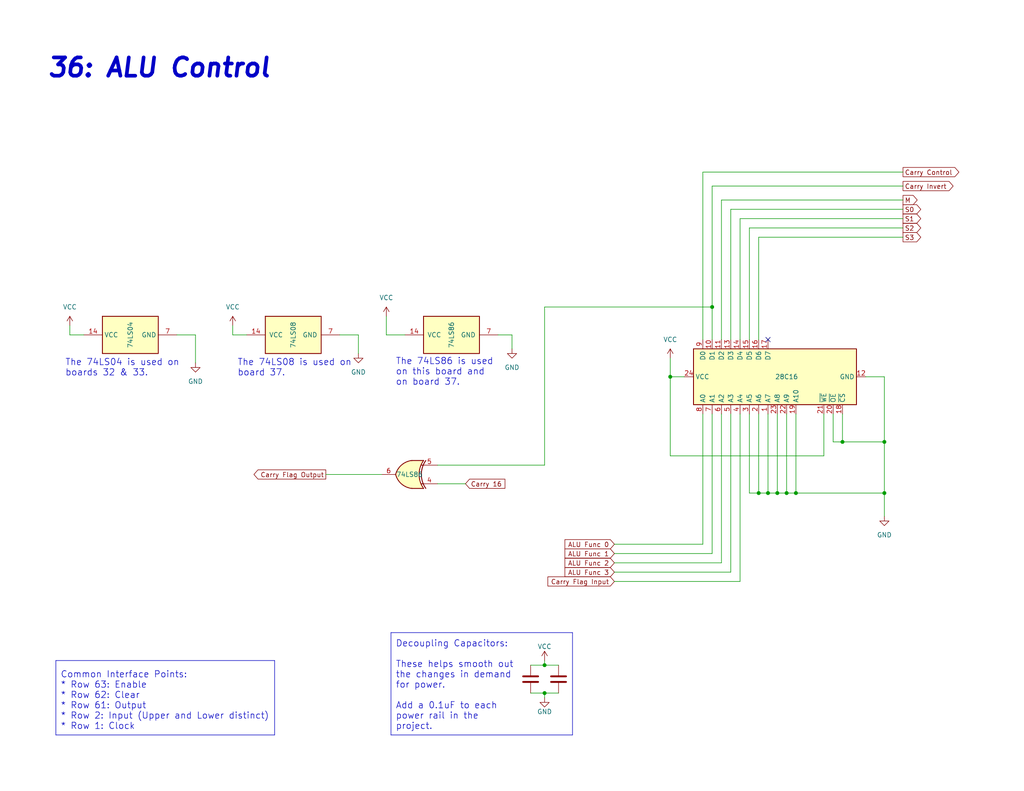
<source format=kicad_sch>
(kicad_sch (version 20211123) (generator eeschema)
  (paper "USLetter")
  (title_block (title "36: ALU Control") (date "2022-02-23") (rev "1.1") (comment 1 "This board is located in Row 3 and Column 6") (comment 2 "The 74LS86 on this board is used on this board and on board 37.") (comment 3 "The 74LS04 on this board is used on boards 32 & 33.") (comment 4 "The 74LS08 on this board is used on board 37."))
  (lib_symbols
    (symbol "74xx:74LS04"
      (property "Reference" "U" (at 0 1.27 0))
      (property "Value" "74LS04" (at 0 -1.27 0))
      (symbol "74LS04_1_0"
        (polyline (pts (xy -3.81 3.81) (xy -3.81 -3.81) (xy 3.81 0) (xy -3.81 3.81)) (stroke (width 0.254)) (fill (type background)))
        (pin input line (at -7.62 0 0) (length 3.81) (name "~") (number "1"))
        (pin output inverted (at 7.62 0 180) (length 3.81) (name "~") (number "2"))
      )
      (symbol "74LS04_2_0"
        (polyline (pts (xy -3.81 3.81) (xy -3.81 -3.81) (xy 3.81 0) (xy -3.81 3.81)) (stroke (width 0.254)) (fill (type background)))
        (pin input line (at -7.62 0 0) (length 3.81) (name "~") (number "3"))
        (pin output inverted (at 7.62 0 180) (length 3.81) (name "~") (number "4"))
      )
      (symbol "74LS04_3_0"
        (polyline (pts (xy -3.81 3.81) (xy -3.81 -3.81) (xy 3.81 0) (xy -3.81 3.81)) (stroke (width 0.254)) (fill (type background)))
        (pin input line (at -7.62 0 0) (length 3.81) (name "~") (number "5"))
        (pin output inverted (at 7.62 0 180) (length 3.81) (name "~") (number "6"))
      )
      (symbol "74LS04_4_0"
        (polyline (pts (xy -3.81 3.81) (xy -3.81 -3.81) (xy 3.81 0) (xy -3.81 3.81)) (stroke (width 0.254)) (fill (type background)))
        (pin output inverted (at 7.62 0 180) (length 3.81) (name "~") (number "8"))
        (pin input line (at -7.62 0 0) (length 3.81) (name "~") (number "9"))
      )
      (symbol "74LS04_5_0"
        (polyline (pts (xy -3.81 3.81) (xy -3.81 -3.81) (xy 3.81 0) (xy -3.81 3.81)) (stroke (width 0.254)) (fill (type background)))
        (pin output inverted (at 7.62 0 180) (length 3.81) (name "~") (number "10"))
        (pin input line (at -7.62 0 0) (length 3.81) (name "~") (number "11"))
      )
      (symbol "74LS04_6_0"
        (polyline (pts (xy -3.81 3.81) (xy -3.81 -3.81) (xy 3.81 0) (xy -3.81 3.81)) (stroke (width 0.254)) (fill (type background)))
        (pin output inverted (at 7.62 0 180) (length 3.81) (name "~") (number "12"))
        (pin input line (at -7.62 0 0) (length 3.81) (name "~") (number "13"))
      )
      (symbol "74LS04_7_0"
        (pin power_in line (at 0 12.7 270) (length 5.08) (name "VCC") (number "14"))
        (pin power_in line (at 0 -12.7 90) (length 5.08) (name "GND") (number "7"))
      )
      (symbol "74LS04_7_1"
        (rectangle (start -5.08 7.62) (end 5.08 -7.62) (stroke (width 0.254)) (fill (type background)))
      )
    )
    (symbol "74xx:74LS08" (pin_names (offset 1.016))
      (property "Reference" "U" (at 0 1.27 0))
      (property "Value" "74LS08" (at 0 -1.27 0))
      (symbol "74LS08_1_1"
        (arc (start 0 -3.81) (mid 3.81 0) (end 0 3.81) (stroke (width 0.254)) (fill (type background)))
        (polyline (pts (xy 0 3.81) (xy -3.81 3.81) (xy -3.81 -3.81) (xy 0 -3.81)) (stroke (width 0.254)) (fill (type background)))
        (pin input line (at -7.62 2.54 0) (length 3.81) (name "~") (number "1"))
        (pin input line (at -7.62 -2.54 0) (length 3.81) (name "~") (number "2"))
        (pin output line (at 7.62 0 180) (length 3.81) (name "~") (number "3"))
      )
      (symbol "74LS08_1_2"
        (arc (start -3.81 -3.81) (mid -2.589 0) (end -3.81 3.81) (stroke (width 0.254)))
        (arc (start -0.6096 -3.81) (mid 2.1855 -2.584) (end 3.81 0) (stroke (width 0.254)) (fill (type background)))
        (polyline (pts (xy -3.81 -3.81) (xy -0.635 -3.81)) (stroke (width 0.254)) (fill (type background)))
        (polyline (pts (xy -3.81 3.81) (xy -0.635 3.81)) (stroke (width 0.254)) (fill (type background)))
        (polyline (pts (xy -0.635 3.81) (xy -3.81 3.81) (xy -3.81 3.81) (xy -3.556 3.4036) (xy -3.0226 2.2606) (xy -2.6924 1.0414) (xy -2.6162 -0.254) (xy -2.7686 -1.4986) (xy -3.175 -2.7178) (xy -3.81 -3.81) (xy -3.81 -3.81) (xy -0.635 -3.81)) (stroke (width -25.4)) (fill (type background)))
        (arc (start 3.81 0) (mid 2.1928 2.5925) (end -0.6096 3.81) (stroke (width 0.254)) (fill (type background)))
        (pin input inverted (at -7.62 2.54 0) (length 4.318) (name "~") (number "1"))
        (pin input inverted (at -7.62 -2.54 0) (length 4.318) (name "~") (number "2"))
        (pin output inverted (at 7.62 0 180) (length 3.81) (name "~") (number "3"))
      )
      (symbol "74LS08_2_1"
        (arc (start 0 -3.81) (mid 3.81 0) (end 0 3.81) (stroke (width 0.254)) (fill (type background)))
        (polyline (pts (xy 0 3.81) (xy -3.81 3.81) (xy -3.81 -3.81) (xy 0 -3.81)) (stroke (width 0.254)) (fill (type background)))
        (pin input line (at -7.62 2.54 0) (length 3.81) (name "~") (number "4"))
        (pin input line (at -7.62 -2.54 0) (length 3.81) (name "~") (number "5"))
        (pin output line (at 7.62 0 180) (length 3.81) (name "~") (number "6"))
      )
      (symbol "74LS08_2_2"
        (arc (start -3.81 -3.81) (mid -2.589 0) (end -3.81 3.81) (stroke (width 0.254)))
        (arc (start -0.6096 -3.81) (mid 2.1855 -2.584) (end 3.81 0) (stroke (width 0.254)) (fill (type background)))
        (polyline (pts (xy -3.81 -3.81) (xy -0.635 -3.81)) (stroke (width 0.254)) (fill (type background)))
        (polyline (pts (xy -3.81 3.81) (xy -0.635 3.81)) (stroke (width 0.254)) (fill (type background)))
        (polyline (pts (xy -0.635 3.81) (xy -3.81 3.81) (xy -3.81 3.81) (xy -3.556 3.4036) (xy -3.0226 2.2606) (xy -2.6924 1.0414) (xy -2.6162 -0.254) (xy -2.7686 -1.4986) (xy -3.175 -2.7178) (xy -3.81 -3.81) (xy -3.81 -3.81) (xy -0.635 -3.81)) (stroke (width -25.4)) (fill (type background)))
        (arc (start 3.81 0) (mid 2.1928 2.5925) (end -0.6096 3.81) (stroke (width 0.254)) (fill (type background)))
        (pin input inverted (at -7.62 2.54 0) (length 4.318) (name "~") (number "4"))
        (pin input inverted (at -7.62 -2.54 0) (length 4.318) (name "~") (number "5"))
        (pin output inverted (at 7.62 0 180) (length 3.81) (name "~") (number "6"))
      )
      (symbol "74LS08_3_1"
        (arc (start 0 -3.81) (mid 3.81 0) (end 0 3.81) (stroke (width 0.254)) (fill (type background)))
        (polyline (pts (xy 0 3.81) (xy -3.81 3.81) (xy -3.81 -3.81) (xy 0 -3.81)) (stroke (width 0.254)) (fill (type background)))
        (pin input line (at -7.62 -2.54 0) (length 3.81) (name "~") (number "10"))
        (pin output line (at 7.62 0 180) (length 3.81) (name "~") (number "8"))
        (pin input line (at -7.62 2.54 0) (length 3.81) (name "~") (number "9"))
      )
      (symbol "74LS08_3_2"
        (arc (start -3.81 -3.81) (mid -2.589 0) (end -3.81 3.81) (stroke (width 0.254)))
        (arc (start -0.6096 -3.81) (mid 2.1855 -2.584) (end 3.81 0) (stroke (width 0.254)) (fill (type background)))
        (polyline (pts (xy -3.81 -3.81) (xy -0.635 -3.81)) (stroke (width 0.254)) (fill (type background)))
        (polyline (pts (xy -3.81 3.81) (xy -0.635 3.81)) (stroke (width 0.254)) (fill (type background)))
        (polyline (pts (xy -0.635 3.81) (xy -3.81 3.81) (xy -3.81 3.81) (xy -3.556 3.4036) (xy -3.0226 2.2606) (xy -2.6924 1.0414) (xy -2.6162 -0.254) (xy -2.7686 -1.4986) (xy -3.175 -2.7178) (xy -3.81 -3.81) (xy -3.81 -3.81) (xy -0.635 -3.81)) (stroke (width -25.4)) (fill (type background)))
        (arc (start 3.81 0) (mid 2.1928 2.5925) (end -0.6096 3.81) (stroke (width 0.254)) (fill (type background)))
        (pin input inverted (at -7.62 -2.54 0) (length 4.318) (name "~") (number "10"))
        (pin output inverted (at 7.62 0 180) (length 3.81) (name "~") (number "8"))
        (pin input inverted (at -7.62 2.54 0) (length 4.318) (name "~") (number "9"))
      )
      (symbol "74LS08_4_1"
        (arc (start 0 -3.81) (mid 3.81 0) (end 0 3.81) (stroke (width 0.254)) (fill (type background)))
        (polyline (pts (xy 0 3.81) (xy -3.81 3.81) (xy -3.81 -3.81) (xy 0 -3.81)) (stroke (width 0.254)) (fill (type background)))
        (pin output line (at 7.62 0 180) (length 3.81) (name "~") (number "11"))
        (pin input line (at -7.62 2.54 0) (length 3.81) (name "~") (number "12"))
        (pin input line (at -7.62 -2.54 0) (length 3.81) (name "~") (number "13"))
      )
      (symbol "74LS08_4_2"
        (arc (start -3.81 -3.81) (mid -2.589 0) (end -3.81 3.81) (stroke (width 0.254)))
        (arc (start -0.6096 -3.81) (mid 2.1855 -2.584) (end 3.81 0) (stroke (width 0.254)) (fill (type background)))
        (polyline (pts (xy -3.81 -3.81) (xy -0.635 -3.81)) (stroke (width 0.254)) (fill (type background)))
        (polyline (pts (xy -3.81 3.81) (xy -0.635 3.81)) (stroke (width 0.254)) (fill (type background)))
        (polyline (pts (xy -0.635 3.81) (xy -3.81 3.81) (xy -3.81 3.81) (xy -3.556 3.4036) (xy -3.0226 2.2606) (xy -2.6924 1.0414) (xy -2.6162 -0.254) (xy -2.7686 -1.4986) (xy -3.175 -2.7178) (xy -3.81 -3.81) (xy -3.81 -3.81) (xy -0.635 -3.81)) (stroke (width -25.4)) (fill (type background)))
        (arc (start 3.81 0) (mid 2.1928 2.5925) (end -0.6096 3.81) (stroke (width 0.254)) (fill (type background)))
        (pin output inverted (at 7.62 0 180) (length 3.81) (name "~") (number "11"))
        (pin input inverted (at -7.62 2.54 0) (length 4.318) (name "~") (number "12"))
        (pin input inverted (at -7.62 -2.54 0) (length 4.318) (name "~") (number "13"))
      )
      (symbol "74LS08_5_0"
        (pin power_in line (at 0 12.7 270) (length 5.08) (name "VCC") (number "14"))
        (pin power_in line (at 0 -12.7 90) (length 5.08) (name "GND") (number "7"))
      )
      (symbol "74LS08_5_1"
        (rectangle (start -5.08 7.62) (end 5.08 -7.62) (stroke (width 0.254)) (fill (type background)))
      )
    )
    (symbol "74xx:74LS86" (pin_names (offset 1.016))
      (property "Reference" "U" (at 0 1.27 0))
      (property "Value" "74LS86" (at 0 -1.27 0))
      (symbol "74LS86_1_0"
        (arc (start -4.4196 -3.81) (mid -3.2033 0) (end -4.4196 3.81) (stroke (width 0.254)))
        (arc (start -3.81 -3.81) (mid -2.589 0) (end -3.81 3.81) (stroke (width 0.254)))
        (arc (start -0.6096 -3.81) (mid 2.1855 -2.584) (end 3.81 0) (stroke (width 0.254)) (fill (type background)))
        (polyline (pts (xy -3.81 -3.81) (xy -0.635 -3.81)) (stroke (width 0.254)) (fill (type background)))
        (polyline (pts (xy -3.81 3.81) (xy -0.635 3.81)) (stroke (width 0.254)) (fill (type background)))
        (polyline (pts (xy -0.635 3.81) (xy -3.81 3.81) (xy -3.81 3.81) (xy -3.556 3.4036) (xy -3.0226 2.2606) (xy -2.6924 1.0414) (xy -2.6162 -0.254) (xy -2.7686 -1.4986) (xy -3.175 -2.7178) (xy -3.81 -3.81) (xy -3.81 -3.81) (xy -0.635 -3.81)) (stroke (width -25.4)) (fill (type background)))
        (arc (start 3.81 0) (mid 2.1928 2.5925) (end -0.6096 3.81) (stroke (width 0.254)) (fill (type background)))
        (pin input line (at -7.62 2.54 0) (length 4.445) (name "~") (number "1"))
        (pin input line (at -7.62 -2.54 0) (length 4.445) (name "~") (number "2"))
        (pin output line (at 7.62 0 180) (length 3.81) (name "~") (number "3"))
      )
      (symbol "74LS86_1_1"
        (polyline (pts (xy -3.81 -2.54) (xy -3.175 -2.54)) (stroke (width 0.1524)))
        (polyline (pts (xy -3.81 2.54) (xy -3.175 2.54)) (stroke (width 0.1524)))
      )
      (symbol "74LS86_2_0"
        (arc (start -4.4196 -3.81) (mid -3.2033 0) (end -4.4196 3.81) (stroke (width 0.254)))
        (arc (start -3.81 -3.81) (mid -2.589 0) (end -3.81 3.81) (stroke (width 0.254)))
        (arc (start -0.6096 -3.81) (mid 2.1855 -2.584) (end 3.81 0) (stroke (width 0.254)) (fill (type background)))
        (polyline (pts (xy -3.81 -3.81) (xy -0.635 -3.81)) (stroke (width 0.254)) (fill (type background)))
        (polyline (pts (xy -3.81 3.81) (xy -0.635 3.81)) (stroke (width 0.254)) (fill (type background)))
        (polyline (pts (xy -0.635 3.81) (xy -3.81 3.81) (xy -3.81 3.81) (xy -3.556 3.4036) (xy -3.0226 2.2606) (xy -2.6924 1.0414) (xy -2.6162 -0.254) (xy -2.7686 -1.4986) (xy -3.175 -2.7178) (xy -3.81 -3.81) (xy -3.81 -3.81) (xy -0.635 -3.81)) (stroke (width -25.4)) (fill (type background)))
        (arc (start 3.81 0) (mid 2.1928 2.5925) (end -0.6096 3.81) (stroke (width 0.254)) (fill (type background)))
        (pin input line (at -7.62 2.54 0) (length 4.445) (name "~") (number "4"))
        (pin input line (at -7.62 -2.54 0) (length 4.445) (name "~") (number "5"))
        (pin output line (at 7.62 0 180) (length 3.81) (name "~") (number "6"))
      )
      (symbol "74LS86_2_1"
        (polyline (pts (xy -3.81 -2.54) (xy -3.175 -2.54)) (stroke (width 0.1524)))
        (polyline (pts (xy -3.81 2.54) (xy -3.175 2.54)) (stroke (width 0.1524)))
      )
      (symbol "74LS86_3_0"
        (arc (start -4.4196 -3.81) (mid -3.2033 0) (end -4.4196 3.81) (stroke (width 0.254)))
        (arc (start -3.81 -3.81) (mid -2.589 0) (end -3.81 3.81) (stroke (width 0.254)))
        (arc (start -0.6096 -3.81) (mid 2.1855 -2.584) (end 3.81 0) (stroke (width 0.254)) (fill (type background)))
        (polyline (pts (xy -3.81 -3.81) (xy -0.635 -3.81)) (stroke (width 0.254)) (fill (type background)))
        (polyline (pts (xy -3.81 3.81) (xy -0.635 3.81)) (stroke (width 0.254)) (fill (type background)))
        (polyline (pts (xy -0.635 3.81) (xy -3.81 3.81) (xy -3.81 3.81) (xy -3.556 3.4036) (xy -3.0226 2.2606) (xy -2.6924 1.0414) (xy -2.6162 -0.254) (xy -2.7686 -1.4986) (xy -3.175 -2.7178) (xy -3.81 -3.81) (xy -3.81 -3.81) (xy -0.635 -3.81)) (stroke (width -25.4)) (fill (type background)))
        (arc (start 3.81 0) (mid 2.1928 2.5925) (end -0.6096 3.81) (stroke (width 0.254)) (fill (type background)))
        (pin input line (at -7.62 -2.54 0) (length 4.445) (name "~") (number "10"))
        (pin output line (at 7.62 0 180) (length 3.81) (name "~") (number "8"))
        (pin input line (at -7.62 2.54 0) (length 4.445) (name "~") (number "9"))
      )
      (symbol "74LS86_3_1"
        (polyline (pts (xy -3.81 -2.54) (xy -3.175 -2.54)) (stroke (width 0.1524)))
        (polyline (pts (xy -3.81 2.54) (xy -3.175 2.54)) (stroke (width 0.1524)))
      )
      (symbol "74LS86_4_0"
        (arc (start -4.4196 -3.81) (mid -3.2033 0) (end -4.4196 3.81) (stroke (width 0.254)))
        (arc (start -3.81 -3.81) (mid -2.589 0) (end -3.81 3.81) (stroke (width 0.254)))
        (arc (start -0.6096 -3.81) (mid 2.1855 -2.584) (end 3.81 0) (stroke (width 0.254)) (fill (type background)))
        (polyline (pts (xy -3.81 -3.81) (xy -0.635 -3.81)) (stroke (width 0.254)) (fill (type background)))
        (polyline (pts (xy -3.81 3.81) (xy -0.635 3.81)) (stroke (width 0.254)) (fill (type background)))
        (polyline (pts (xy -0.635 3.81) (xy -3.81 3.81) (xy -3.81 3.81) (xy -3.556 3.4036) (xy -3.0226 2.2606) (xy -2.6924 1.0414) (xy -2.6162 -0.254) (xy -2.7686 -1.4986) (xy -3.175 -2.7178) (xy -3.81 -3.81) (xy -3.81 -3.81) (xy -0.635 -3.81)) (stroke (width -25.4)) (fill (type background)))
        (arc (start 3.81 0) (mid 2.1928 2.5925) (end -0.6096 3.81) (stroke (width 0.254)) (fill (type background)))
        (pin output line (at 7.62 0 180) (length 3.81) (name "~") (number "11"))
        (pin input line (at -7.62 2.54 0) (length 4.445) (name "~") (number "12"))
        (pin input line (at -7.62 -2.54 0) (length 4.445) (name "~") (number "13"))
      )
      (symbol "74LS86_4_1"
        (polyline (pts (xy -3.81 -2.54) (xy -3.175 -2.54)) (stroke (width 0.1524)))
        (polyline (pts (xy -3.81 2.54) (xy -3.175 2.54)) (stroke (width 0.1524)))
      )
      (symbol "74LS86_5_0"
        (pin power_in line (at 0 12.7 270) (length 5.08) (name "VCC") (number "14"))
        (pin power_in line (at 0 -12.7 90) (length 5.08) (name "GND") (number "7"))
      )
      (symbol "74LS86_5_1"
        (rectangle (start -5.08 7.62) (end 5.08 -7.62) (stroke (width 0.254)) (fill (type background)))
      )
    )
    (symbol "AT28C16:28C16"
      (property "Reference" "U" (at -7.62 26.67 0))
      (property "Value" "28C16" (at 3.175 -20.32 0))
      (symbol "28C16_1_1"
        (rectangle (start -7.62 25.4) (end 7.62 -19.05) (stroke (width 0.254)) (fill (type background)))
        (pin input line (at -10.16 5.08 0) (length 2.54) (name "A7") (number "1"))
        (pin tri_state line (at 10.16 20.32 180) (length 2.54) (name "D1") (number "10"))
        (pin tri_state line (at 10.16 17.78 180) (length 2.54) (name "D2") (number "11"))
        (pin power_in line (at 0 -21.59 90) (length 2.54) (name "GND") (number "12"))
        (pin tri_state line (at 10.16 15.24 180) (length 2.54) (name "D3") (number "13"))
        (pin tri_state line (at 10.16 12.7 180) (length 2.54) (name "D4") (number "14"))
        (pin tri_state line (at 10.16 10.16 180) (length 2.54) (name "D5") (number "15"))
        (pin tri_state line (at 10.16 7.62 180) (length 2.54) (name "D6") (number "16"))
        (pin tri_state line (at 10.16 5.08 180) (length 2.54) (name "D7") (number "17"))
        (pin input line (at -10.16 -15.24 0) (length 2.54) (name "~{CS}") (number "18"))
        (pin input line (at -10.16 -2.54 0) (length 2.54) (name "A10") (number "19"))
        (pin input line (at -10.16 7.62 0) (length 2.54) (name "A6") (number "2"))
        (pin input line (at -10.16 -12.7 0) (length 2.54) (name "~{OE}") (number "20"))
        (pin input line (at -10.16 -10.16 0) (length 2.54) (name "~{WE}") (number "21"))
        (pin input line (at -10.16 0 0) (length 2.54) (name "A9") (number "22"))
        (pin input line (at -10.16 2.54 0) (length 2.54) (name "A8") (number "23"))
        (pin power_in line (at 0 27.94 270) (length 2.54) (name "VCC") (number "24"))
        (pin input line (at -10.16 10.16 0) (length 2.54) (name "A5") (number "3"))
        (pin input line (at -10.16 12.7 0) (length 2.54) (name "A4") (number "4"))
        (pin input line (at -10.16 15.24 0) (length 2.54) (name "A3") (number "5"))
        (pin input line (at -10.16 17.78 0) (length 2.54) (name "A2") (number "6"))
        (pin input line (at -10.16 20.32 0) (length 2.54) (name "A1") (number "7"))
        (pin input line (at -10.16 22.86 0) (length 2.54) (name "A0") (number "8"))
        (pin tri_state line (at 10.16 22.86 180) (length 2.54) (name "D0") (number "9"))
      )
    )
    (symbol "Device:C" (pin_numbers hide) (pin_names (offset 0.254))
      (property "Reference" "C" (at 0.635 2.54 0))
      (property "Value" "C" (at 0.635 -2.54 0))
      (symbol "C_0_1"
        (polyline (pts (xy -2.032 -0.762) (xy 2.032 -0.762)) (stroke (width 0.508)))
        (polyline (pts (xy -2.032 0.762) (xy 2.032 0.762)) (stroke (width 0.508)))
      )
      (symbol "C_1_1"
        (pin passive line (at 0 3.81 270) (length 2.794) (name "~") (number "1"))
        (pin passive line (at 0 -3.81 90) (length 2.794) (name "~") (number "2"))
      )
    )
    (symbol "power:GND" (power) (pin_names (offset 0))
      (property "Value" "GND" (at 0 -3.81 0))
      (symbol "GND_0_1"
        (polyline (pts (xy 0 0) (xy 0 -1.27) (xy 1.27 -1.27) (xy 0 -2.54) (xy -1.27 -1.27) (xy 0 -1.27)))
      )
      (symbol "GND_1_1"
        (pin power_in line (at 0 0 270) (length 0) hide (name "GND") (number "1"))
      )
    )
    (symbol "power:VCC" (power) (pin_names (offset 0))
      (property "Value" "VCC" (at 0 3.81 0))
      (symbol "VCC_0_1"
        (polyline (pts (xy -0.762 1.27) (xy 0 2.54)))
        (polyline (pts (xy 0 0) (xy 0 2.54)))
        (polyline (pts (xy 0 2.54) (xy 0.762 1.27)))
      )
      (symbol "VCC_1_1"
        (pin power_in line (at 0 0 90) (length 0) hide (name "VCC") (number "1"))
      )
    )
  )
  (junction (at 229.87 120.65))
  (junction (at 182.88 102.87))
  (junction (at 214.63 134.62))
  (junction (at 241.3 134.62))
  (junction (at 212.09 134.62))
  (junction (at 207.01 134.62))
  (junction (at 241.3 120.65))
  (junction (at 148.59 181.61))
  (junction (at 209.55 134.62))
  (junction (at 148.59 189.23))
  (junction (at 194.31 83.82))
  (junction (at 217.17 134.62))
  (no_connect (at 209.55 92.71))
  (wire (pts (xy 204.47 134.62) (xy 207.01 134.62)))
  (wire (pts (xy 167.64 153.67) (xy 196.85 153.67)))
  (wire (pts (xy 63.5 88.9) (xy 63.5 91.44)))
  (wire (pts (xy 148.59 180.34) (xy 148.59 181.61)))
  (wire (pts (xy 227.33 113.03) (xy 227.33 120.65)))
  (wire (pts (xy 191.77 148.59) (xy 191.77 113.03)))
  (polyline (pts (xy 74.93 180.34) (xy 74.93 200.66)) (stroke (width 0) (type solid)))
  (wire (pts (xy 224.79 124.46) (xy 182.88 124.46)))
  (wire (pts (xy 167.64 148.59) (xy 191.77 148.59)))
  (wire (pts (xy 241.3 120.65) (xy 241.3 134.62)))
  (wire (pts (xy 135.89 91.44) (xy 139.7 91.44)))
  (wire (pts (xy 246.38 62.23) (xy 204.47 62.23)))
  (polyline (pts (xy 106.68 172.72) (xy 156.21 172.72)) (stroke (width 0) (type solid)))
  (wire (pts (xy 92.71 91.44) (xy 97.79 91.44)))
  (wire (pts (xy 212.09 134.62) (xy 214.63 134.62)))
  (wire (pts (xy 196.85 92.71) (xy 196.85 54.61)))
  (wire (pts (xy 97.79 91.44) (xy 97.79 96.52)))
  (wire (pts (xy 127 132.08) (xy 119.38 132.08)))
  (wire (pts (xy 204.47 113.03) (xy 204.47 134.62)))
  (wire (pts (xy 19.05 88.9) (xy 19.05 91.44)))
  (wire (pts (xy 204.47 62.23) (xy 204.47 92.71)))
  (polyline (pts (xy 156.21 200.66) (xy 106.68 200.66)) (stroke (width 0) (type solid)))
  (wire (pts (xy 148.59 189.23) (xy 148.59 190.5)))
  (wire (pts (xy 191.77 92.71) (xy 191.77 46.99)))
  (wire (pts (xy 196.85 153.67) (xy 196.85 113.03)))
  (wire (pts (xy 229.87 120.65) (xy 241.3 120.65)))
  (wire (pts (xy 201.93 158.75) (xy 167.64 158.75)))
  (wire (pts (xy 88.9 129.54) (xy 104.14 129.54)))
  (wire (pts (xy 217.17 134.62) (xy 241.3 134.62)))
  (wire (pts (xy 148.59 181.61) (xy 152.4 181.61)))
  (wire (pts (xy 63.5 91.44) (xy 67.31 91.44)))
  (polyline (pts (xy 74.93 200.66) (xy 15.24 200.66)) (stroke (width 0) (type solid)))
  (wire (pts (xy 201.93 59.69) (xy 246.38 59.69)))
  (wire (pts (xy 194.31 92.71) (xy 194.31 83.82)))
  (wire (pts (xy 209.55 113.03) (xy 209.55 134.62)))
  (wire (pts (xy 182.88 97.79) (xy 182.88 102.87)))
  (wire (pts (xy 48.26 91.44) (xy 53.34 91.44)))
  (wire (pts (xy 182.88 102.87) (xy 186.69 102.87)))
  (polyline (pts (xy 15.24 180.34) (xy 74.93 180.34)) (stroke (width 0) (type solid)))
  (wire (pts (xy 194.31 83.82) (xy 148.59 83.82)))
  (wire (pts (xy 209.55 134.62) (xy 212.09 134.62)))
  (wire (pts (xy 53.34 91.44) (xy 53.34 99.06)))
  (wire (pts (xy 148.59 83.82) (xy 148.59 127)))
  (wire (pts (xy 241.3 102.87) (xy 241.3 120.65)))
  (wire (pts (xy 199.39 113.03) (xy 199.39 156.21)))
  (wire (pts (xy 148.59 189.23) (xy 152.4 189.23)))
  (wire (pts (xy 194.31 113.03) (xy 194.31 151.13)))
  (wire (pts (xy 148.59 127) (xy 119.38 127)))
  (wire (pts (xy 201.93 92.71) (xy 201.93 59.69)))
  (wire (pts (xy 199.39 156.21) (xy 167.64 156.21)))
  (wire (pts (xy 207.01 92.71) (xy 207.01 64.77)))
  (wire (pts (xy 246.38 57.15) (xy 199.39 57.15)))
  (wire (pts (xy 105.41 86.36) (xy 105.41 91.44)))
  (wire (pts (xy 105.41 91.44) (xy 110.49 91.44)))
  (wire (pts (xy 144.78 181.61) (xy 148.59 181.61)))
  (polyline (pts (xy 15.24 180.34) (xy 15.24 200.66)) (stroke (width 0) (type solid)))
  (polyline (pts (xy 106.68 172.72) (xy 106.68 200.66)) (stroke (width 0) (type solid)))
  (wire (pts (xy 194.31 151.13) (xy 167.64 151.13)))
  (wire (pts (xy 227.33 120.65) (xy 229.87 120.65)))
  (wire (pts (xy 19.05 91.44) (xy 22.86 91.44)))
  (wire (pts (xy 217.17 113.03) (xy 217.17 134.62)))
  (wire (pts (xy 139.7 91.44) (xy 139.7 95.25)))
  (wire (pts (xy 196.85 54.61) (xy 246.38 54.61)))
  (polyline (pts (xy 156.21 172.72) (xy 156.21 200.66)) (stroke (width 0) (type solid)))
  (wire (pts (xy 207.01 134.62) (xy 209.55 134.62)))
  (wire (pts (xy 191.77 46.99) (xy 246.38 46.99)))
  (wire (pts (xy 144.78 189.23) (xy 148.59 189.23)))
  (wire (pts (xy 246.38 50.8) (xy 194.31 50.8)))
  (wire (pts (xy 199.39 57.15) (xy 199.39 92.71)))
  (wire (pts (xy 182.88 124.46) (xy 182.88 102.87)))
  (wire (pts (xy 207.01 64.77) (xy 246.38 64.77)))
  (wire (pts (xy 212.09 113.03) (xy 212.09 134.62)))
  (wire (pts (xy 236.22 102.87) (xy 241.3 102.87)))
  (wire (pts (xy 201.93 113.03) (xy 201.93 158.75)))
  (wire (pts (xy 214.63 113.03) (xy 214.63 134.62)))
  (wire (pts (xy 214.63 134.62) (xy 217.17 134.62)))
  (wire (pts (xy 207.01 113.03) (xy 207.01 134.62)))
  (wire (pts (xy 194.31 50.8) (xy 194.31 83.82)))
  (wire (pts (xy 241.3 134.62) (xy 241.3 140.97)))
  (wire (pts (xy 224.79 113.03) (xy 224.79 124.46)))
  (wire (pts (xy 229.87 113.03) (xy 229.87 120.65)))
  (text "The 74LS86 is used \non this board and \non board 37." (at 107.95 105.41 0) (effects (font (size 1.75 1.75)) (justify left bottom)))
  (text " 36: ALU Control" (at 8.89 21.59 0) (effects (font (size 5 5) (thickness 1) bold italic) (justify left bottom)))
  (text "The 74LS04 is used on \nboards 32 & 33." (at 17.78 102.87 0) (effects (font (size 1.75 1.75)) (justify left bottom)))
  (text "Common Interface Points:\n* Row 63: Enable\n* Row 62: Clear\n* Row 61: Output\n* Row 2: Input (Upper and Lower distinct)\n* Row 1: Clock" (at 16.51 199.39 0) (effects (font (size 1.75 1.75)) (justify left bottom)))
  (text "The 74LS08 is used on \nboard 37." (at 64.77 102.87 0) (effects (font (size 1.75 1.75)) (justify left bottom)))
  (text "Decoupling Capacitors:\n\nThese helps smooth out \nthe changes in demand \nfor power.\n\nAdd a 0.1uF to each \npower rail in the \nproject." (at 107.95 199.39 0) (effects (font (size 1.75 1.75)) (justify left bottom)))
  (global_label "Carry Flag Output" (shape output) (at 88.9 129.54 180) (property "Intersheet References" "${INTERSHEET_REFS}" (effects hide)))
  (global_label "ALU Func 2" (shape input) (at 167.64 153.67 180) (property "Intersheet References" "${INTERSHEET_REFS}" (effects hide)))
  (global_label "S2" (shape output) (at 246.38 62.23 0) (property "Intersheet References" "${INTERSHEET_REFS}" (effects hide)))
  (global_label "Carry Control" (shape output) (at 246.38 46.99 0) (property "Intersheet References" "${INTERSHEET_REFS}" (effects hide)))
  (global_label "S1" (shape output) (at 246.38 59.69 0) (property "Intersheet References" "${INTERSHEET_REFS}" (effects hide)))
  (global_label "S0" (shape output) (at 246.38 57.15 0) (property "Intersheet References" "${INTERSHEET_REFS}" (effects hide)))
  (global_label "M" (shape output) (at 246.38 54.61 0) (property "Intersheet References" "${INTERSHEET_REFS}" (effects hide)))
  (global_label "S3" (shape output) (at 246.38 64.77 0) (property "Intersheet References" "${INTERSHEET_REFS}" (effects hide)))
  (global_label "Carry Invert" (shape output) (at 246.38 50.8 0) (property "Intersheet References" "${INTERSHEET_REFS}" (effects hide)))
  (global_label "ALU Func 3" (shape input) (at 167.64 156.21 180) (property "Intersheet References" "${INTERSHEET_REFS}" (effects hide)))
  (global_label "ALU Func 0" (shape input) (at 167.64 148.59 180) (property "Intersheet References" "${INTERSHEET_REFS}" (effects hide)))
  (global_label "ALU Func 1" (shape input) (at 167.64 151.13 180) (property "Intersheet References" "${INTERSHEET_REFS}" (effects hide)))
  (global_label "Carry Flag Input" (shape input) (at 167.64 158.75 180) (property "Intersheet References" "${INTERSHEET_REFS}" (effects hide)))
  (global_label "Carry 16" (shape input) (at 127 132.08 0) (property "Intersheet References" "${INTERSHEET_REFS}" (effects hide)))
  (symbol (lib_id "power:VCC") (at 19.05 88.9 0) (unit 1)
    (property "Reference" "#PWR?" (effects hide))
    (property "Value" "VCC" (at 19.05 83.82 0))
  )
  (symbol (lib_id "Device:C") (at 152.4 185.42 0) (unit 1)
    (property "Reference" "C?" (effects hide))
    (property "Value" "0.1uF" (effects hide))
  )
  (symbol (lib_id "74xx:74LS86") (at 123.19 91.44 90) (unit 5)
    (property "Reference" "U?" (effects hide))
    (property "Value" "74LS86" (at 123.19 91.44 0))
    (property "Datasheet" "74xx/74ls86.pdf" (effects hide))
  )
  (symbol (lib_id "74xx:74LS86") (at 111.76 129.54 180) (unit 2)
    (property "Reference" "U?" (effects hide))
    (property "Value" "74LS86" (at 111.76 129.54 0))
    (property "Datasheet" "74xx/74ls86.pdf" (effects hide))
  )
  (symbol (lib_id "74xx:74LS04") (at 35.56 91.44 90) (unit 7)
    (property "Reference" "U?" (effects hide))
    (property "Value" "74LS04" (at 35.56 91.44 0))
    (property "Datasheet" "http://www.ti.com/lit/gpn/sn74LS04" (effects hide))
  )
  (symbol (lib_id "Device:C") (at 144.78 185.42 0) (unit 1)
    (property "Reference" "C?" (effects hide))
    (property "Value" "0.1uF" (effects hide))
  )
  (symbol (lib_id "power:GND") (at 97.79 96.52 0) (unit 1)
    (property "Reference" "#PWR?" (effects hide))
    (property "Value" "GND" (at 97.79 101.6 0))
  )
  (symbol (lib_id "power:GND") (at 139.7 95.25 0) (unit 1)
    (property "Reference" "#PWR?" (effects hide))
    (property "Value" "GND" (at 139.7 100.33 0))
  )
  (symbol (lib_id "74xx:74LS08") (at 80.01 91.44 90) (unit 5)
    (property "Reference" "U?" (effects hide))
    (property "Value" "74LS08" (at 80.01 91.44 0))
    (property "Datasheet" "http://www.ti.com/lit/gpn/sn74LS08" (effects hide))
  )
  (symbol (lib_id "AT28C16:28C16") (at 214.63 102.87 90) (unit 1)
    (property "Reference" "U?" (effects hide))
    (property "Value" "28C16" (at 214.63 102.87 90))
    (property "Datasheet" "http://cva.stanford.edu/classes/cs99s/datasheets/at28c16.pdf" (effects hide))
  )
  (symbol (lib_id "power:VCC") (at 148.59 180.34 0) (unit 1)
    (property "Reference" "#PWR?" (effects hide))
    (property "Value" "VCC" (at 148.59 176.53 0))
  )
  (symbol (lib_id "power:VCC") (at 105.41 86.36 0) (unit 1)
    (property "Reference" "#PWR?" (effects hide))
    (property "Value" "VCC" (at 105.41 81.28 0))
  )
  (symbol (lib_id "power:GND") (at 241.3 140.97 0) (unit 1)
    (property "Reference" "#PWR?" (effects hide))
    (property "Value" "GND" (at 241.3 146.05 0))
  )
  (symbol (lib_id "power:GND") (at 53.34 99.06 0) (unit 1)
    (property "Reference" "#PWR?" (effects hide))
    (property "Value" "GND" (at 53.34 104.14 0))
  )
  (symbol (lib_id "power:VCC") (at 182.88 97.79 0) (unit 1)
    (property "Reference" "#PWR?" (effects hide))
    (property "Value" "VCC" (at 182.88 92.71 0))
  )
  (symbol (lib_id "power:GND") (at 148.59 190.5 0) (unit 1)
    (property "Reference" "#PWR?" (effects hide))
    (property "Value" "GND" (at 148.59 194.31 0))
  )
  (symbol (lib_id "power:VCC") (at 63.5 88.9 0) (unit 1)
    (property "Reference" "#PWR?" (effects hide))
    (property "Value" "VCC" (at 63.5 83.82 0))
  )
)
</source>
